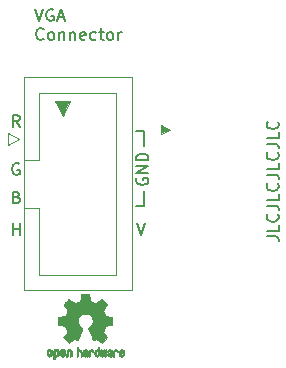
<source format=gbr>
%TF.GenerationSoftware,KiCad,Pcbnew,7.0.6*%
%TF.CreationDate,2023-09-09T11:26:50-04:00*%
%TF.ProjectId,AppleVGA-Connector,4170706c-6556-4474-912d-436f6e6e6563,A*%
%TF.SameCoordinates,Original*%
%TF.FileFunction,Legend,Top*%
%TF.FilePolarity,Positive*%
%FSLAX46Y46*%
G04 Gerber Fmt 4.6, Leading zero omitted, Abs format (unit mm)*
G04 Created by KiCad (PCBNEW 7.0.6) date 2023-09-09 11:26:50*
%MOMM*%
%LPD*%
G01*
G04 APERTURE LIST*
%ADD10C,0.150000*%
%ADD11C,0.025400*%
%ADD12C,0.152400*%
%ADD13C,0.100000*%
%ADD14C,0.010000*%
%ADD15C,0.120000*%
G04 APERTURE END LIST*
D10*
X138938000Y-106045000D02*
X138303000Y-106045000D01*
X138938000Y-104775000D02*
X138938000Y-106045000D01*
X138303000Y-99695000D02*
X138938000Y-99695000D01*
X138938000Y-99695000D02*
X138938000Y-100965000D01*
D11*
X132080000Y-98425000D02*
X131445000Y-97155000D01*
X132715000Y-97155000D01*
X132080000Y-98425000D01*
G36*
X132080000Y-98425000D02*
G01*
X131445000Y-97155000D01*
X132715000Y-97155000D01*
X132080000Y-98425000D01*
G37*
D12*
X149346735Y-108587546D02*
X150072450Y-108587546D01*
X150072450Y-108587546D02*
X150217593Y-108635927D01*
X150217593Y-108635927D02*
X150314355Y-108732689D01*
X150314355Y-108732689D02*
X150362735Y-108877832D01*
X150362735Y-108877832D02*
X150362735Y-108974594D01*
X150362735Y-107619927D02*
X150362735Y-108103737D01*
X150362735Y-108103737D02*
X149346735Y-108103737D01*
X150265974Y-106700689D02*
X150314355Y-106749070D01*
X150314355Y-106749070D02*
X150362735Y-106894213D01*
X150362735Y-106894213D02*
X150362735Y-106990975D01*
X150362735Y-106990975D02*
X150314355Y-107136118D01*
X150314355Y-107136118D02*
X150217593Y-107232880D01*
X150217593Y-107232880D02*
X150120831Y-107281261D01*
X150120831Y-107281261D02*
X149927307Y-107329642D01*
X149927307Y-107329642D02*
X149782164Y-107329642D01*
X149782164Y-107329642D02*
X149588640Y-107281261D01*
X149588640Y-107281261D02*
X149491878Y-107232880D01*
X149491878Y-107232880D02*
X149395116Y-107136118D01*
X149395116Y-107136118D02*
X149346735Y-106990975D01*
X149346735Y-106990975D02*
X149346735Y-106894213D01*
X149346735Y-106894213D02*
X149395116Y-106749070D01*
X149395116Y-106749070D02*
X149443497Y-106700689D01*
X149346735Y-105974975D02*
X150072450Y-105974975D01*
X150072450Y-105974975D02*
X150217593Y-106023356D01*
X150217593Y-106023356D02*
X150314355Y-106120118D01*
X150314355Y-106120118D02*
X150362735Y-106265261D01*
X150362735Y-106265261D02*
X150362735Y-106362023D01*
X150362735Y-105007356D02*
X150362735Y-105491166D01*
X150362735Y-105491166D02*
X149346735Y-105491166D01*
X150265974Y-104088118D02*
X150314355Y-104136499D01*
X150314355Y-104136499D02*
X150362735Y-104281642D01*
X150362735Y-104281642D02*
X150362735Y-104378404D01*
X150362735Y-104378404D02*
X150314355Y-104523547D01*
X150314355Y-104523547D02*
X150217593Y-104620309D01*
X150217593Y-104620309D02*
X150120831Y-104668690D01*
X150120831Y-104668690D02*
X149927307Y-104717071D01*
X149927307Y-104717071D02*
X149782164Y-104717071D01*
X149782164Y-104717071D02*
X149588640Y-104668690D01*
X149588640Y-104668690D02*
X149491878Y-104620309D01*
X149491878Y-104620309D02*
X149395116Y-104523547D01*
X149395116Y-104523547D02*
X149346735Y-104378404D01*
X149346735Y-104378404D02*
X149346735Y-104281642D01*
X149346735Y-104281642D02*
X149395116Y-104136499D01*
X149395116Y-104136499D02*
X149443497Y-104088118D01*
X149346735Y-103362404D02*
X150072450Y-103362404D01*
X150072450Y-103362404D02*
X150217593Y-103410785D01*
X150217593Y-103410785D02*
X150314355Y-103507547D01*
X150314355Y-103507547D02*
X150362735Y-103652690D01*
X150362735Y-103652690D02*
X150362735Y-103749452D01*
X150362735Y-102394785D02*
X150362735Y-102878595D01*
X150362735Y-102878595D02*
X149346735Y-102878595D01*
X150265974Y-101475547D02*
X150314355Y-101523928D01*
X150314355Y-101523928D02*
X150362735Y-101669071D01*
X150362735Y-101669071D02*
X150362735Y-101765833D01*
X150362735Y-101765833D02*
X150314355Y-101910976D01*
X150314355Y-101910976D02*
X150217593Y-102007738D01*
X150217593Y-102007738D02*
X150120831Y-102056119D01*
X150120831Y-102056119D02*
X149927307Y-102104500D01*
X149927307Y-102104500D02*
X149782164Y-102104500D01*
X149782164Y-102104500D02*
X149588640Y-102056119D01*
X149588640Y-102056119D02*
X149491878Y-102007738D01*
X149491878Y-102007738D02*
X149395116Y-101910976D01*
X149395116Y-101910976D02*
X149346735Y-101765833D01*
X149346735Y-101765833D02*
X149346735Y-101669071D01*
X149346735Y-101669071D02*
X149395116Y-101523928D01*
X149395116Y-101523928D02*
X149443497Y-101475547D01*
X149346735Y-100749833D02*
X150072450Y-100749833D01*
X150072450Y-100749833D02*
X150217593Y-100798214D01*
X150217593Y-100798214D02*
X150314355Y-100894976D01*
X150314355Y-100894976D02*
X150362735Y-101040119D01*
X150362735Y-101040119D02*
X150362735Y-101136881D01*
X150362735Y-99782214D02*
X150362735Y-100266024D01*
X150362735Y-100266024D02*
X149346735Y-100266024D01*
X150265974Y-98862976D02*
X150314355Y-98911357D01*
X150314355Y-98911357D02*
X150362735Y-99056500D01*
X150362735Y-99056500D02*
X150362735Y-99153262D01*
X150362735Y-99153262D02*
X150314355Y-99298405D01*
X150314355Y-99298405D02*
X150217593Y-99395167D01*
X150217593Y-99395167D02*
X150120831Y-99443548D01*
X150120831Y-99443548D02*
X149927307Y-99491929D01*
X149927307Y-99491929D02*
X149782164Y-99491929D01*
X149782164Y-99491929D02*
X149588640Y-99443548D01*
X149588640Y-99443548D02*
X149491878Y-99395167D01*
X149491878Y-99395167D02*
X149395116Y-99298405D01*
X149395116Y-99298405D02*
X149346735Y-99153262D01*
X149346735Y-99153262D02*
X149346735Y-99056500D01*
X149346735Y-99056500D02*
X149395116Y-98911357D01*
X149395116Y-98911357D02*
X149443497Y-98862976D01*
D10*
X128416207Y-99310819D02*
X128082874Y-98834628D01*
X127844779Y-99310819D02*
X127844779Y-98310819D01*
X127844779Y-98310819D02*
X128225731Y-98310819D01*
X128225731Y-98310819D02*
X128320969Y-98358438D01*
X128320969Y-98358438D02*
X128368588Y-98406057D01*
X128368588Y-98406057D02*
X128416207Y-98501295D01*
X128416207Y-98501295D02*
X128416207Y-98644152D01*
X128416207Y-98644152D02*
X128368588Y-98739390D01*
X128368588Y-98739390D02*
X128320969Y-98787009D01*
X128320969Y-98787009D02*
X128225731Y-98834628D01*
X128225731Y-98834628D02*
X127844779Y-98834628D01*
X127844779Y-108454819D02*
X127844779Y-107454819D01*
X127844779Y-107931009D02*
X128416207Y-107931009D01*
X128416207Y-108454819D02*
X128416207Y-107454819D01*
X128368588Y-102422438D02*
X128273350Y-102374819D01*
X128273350Y-102374819D02*
X128130493Y-102374819D01*
X128130493Y-102374819D02*
X127987636Y-102422438D01*
X127987636Y-102422438D02*
X127892398Y-102517676D01*
X127892398Y-102517676D02*
X127844779Y-102612914D01*
X127844779Y-102612914D02*
X127797160Y-102803390D01*
X127797160Y-102803390D02*
X127797160Y-102946247D01*
X127797160Y-102946247D02*
X127844779Y-103136723D01*
X127844779Y-103136723D02*
X127892398Y-103231961D01*
X127892398Y-103231961D02*
X127987636Y-103327200D01*
X127987636Y-103327200D02*
X128130493Y-103374819D01*
X128130493Y-103374819D02*
X128225731Y-103374819D01*
X128225731Y-103374819D02*
X128368588Y-103327200D01*
X128368588Y-103327200D02*
X128416207Y-103279580D01*
X128416207Y-103279580D02*
X128416207Y-102946247D01*
X128416207Y-102946247D02*
X128225731Y-102946247D01*
X129733922Y-89334819D02*
X130067255Y-90334819D01*
X130067255Y-90334819D02*
X130400588Y-89334819D01*
X131257731Y-89382438D02*
X131162493Y-89334819D01*
X131162493Y-89334819D02*
X131019636Y-89334819D01*
X131019636Y-89334819D02*
X130876779Y-89382438D01*
X130876779Y-89382438D02*
X130781541Y-89477676D01*
X130781541Y-89477676D02*
X130733922Y-89572914D01*
X130733922Y-89572914D02*
X130686303Y-89763390D01*
X130686303Y-89763390D02*
X130686303Y-89906247D01*
X130686303Y-89906247D02*
X130733922Y-90096723D01*
X130733922Y-90096723D02*
X130781541Y-90191961D01*
X130781541Y-90191961D02*
X130876779Y-90287200D01*
X130876779Y-90287200D02*
X131019636Y-90334819D01*
X131019636Y-90334819D02*
X131114874Y-90334819D01*
X131114874Y-90334819D02*
X131257731Y-90287200D01*
X131257731Y-90287200D02*
X131305350Y-90239580D01*
X131305350Y-90239580D02*
X131305350Y-89906247D01*
X131305350Y-89906247D02*
X131114874Y-89906247D01*
X131686303Y-90049104D02*
X132162493Y-90049104D01*
X131591065Y-90334819D02*
X131924398Y-89334819D01*
X131924398Y-89334819D02*
X132257731Y-90334819D01*
X130448207Y-91849580D02*
X130400588Y-91897200D01*
X130400588Y-91897200D02*
X130257731Y-91944819D01*
X130257731Y-91944819D02*
X130162493Y-91944819D01*
X130162493Y-91944819D02*
X130019636Y-91897200D01*
X130019636Y-91897200D02*
X129924398Y-91801961D01*
X129924398Y-91801961D02*
X129876779Y-91706723D01*
X129876779Y-91706723D02*
X129829160Y-91516247D01*
X129829160Y-91516247D02*
X129829160Y-91373390D01*
X129829160Y-91373390D02*
X129876779Y-91182914D01*
X129876779Y-91182914D02*
X129924398Y-91087676D01*
X129924398Y-91087676D02*
X130019636Y-90992438D01*
X130019636Y-90992438D02*
X130162493Y-90944819D01*
X130162493Y-90944819D02*
X130257731Y-90944819D01*
X130257731Y-90944819D02*
X130400588Y-90992438D01*
X130400588Y-90992438D02*
X130448207Y-91040057D01*
X131019636Y-91944819D02*
X130924398Y-91897200D01*
X130924398Y-91897200D02*
X130876779Y-91849580D01*
X130876779Y-91849580D02*
X130829160Y-91754342D01*
X130829160Y-91754342D02*
X130829160Y-91468628D01*
X130829160Y-91468628D02*
X130876779Y-91373390D01*
X130876779Y-91373390D02*
X130924398Y-91325771D01*
X130924398Y-91325771D02*
X131019636Y-91278152D01*
X131019636Y-91278152D02*
X131162493Y-91278152D01*
X131162493Y-91278152D02*
X131257731Y-91325771D01*
X131257731Y-91325771D02*
X131305350Y-91373390D01*
X131305350Y-91373390D02*
X131352969Y-91468628D01*
X131352969Y-91468628D02*
X131352969Y-91754342D01*
X131352969Y-91754342D02*
X131305350Y-91849580D01*
X131305350Y-91849580D02*
X131257731Y-91897200D01*
X131257731Y-91897200D02*
X131162493Y-91944819D01*
X131162493Y-91944819D02*
X131019636Y-91944819D01*
X131781541Y-91278152D02*
X131781541Y-91944819D01*
X131781541Y-91373390D02*
X131829160Y-91325771D01*
X131829160Y-91325771D02*
X131924398Y-91278152D01*
X131924398Y-91278152D02*
X132067255Y-91278152D01*
X132067255Y-91278152D02*
X132162493Y-91325771D01*
X132162493Y-91325771D02*
X132210112Y-91421009D01*
X132210112Y-91421009D02*
X132210112Y-91944819D01*
X132686303Y-91278152D02*
X132686303Y-91944819D01*
X132686303Y-91373390D02*
X132733922Y-91325771D01*
X132733922Y-91325771D02*
X132829160Y-91278152D01*
X132829160Y-91278152D02*
X132972017Y-91278152D01*
X132972017Y-91278152D02*
X133067255Y-91325771D01*
X133067255Y-91325771D02*
X133114874Y-91421009D01*
X133114874Y-91421009D02*
X133114874Y-91944819D01*
X133972017Y-91897200D02*
X133876779Y-91944819D01*
X133876779Y-91944819D02*
X133686303Y-91944819D01*
X133686303Y-91944819D02*
X133591065Y-91897200D01*
X133591065Y-91897200D02*
X133543446Y-91801961D01*
X133543446Y-91801961D02*
X133543446Y-91421009D01*
X133543446Y-91421009D02*
X133591065Y-91325771D01*
X133591065Y-91325771D02*
X133686303Y-91278152D01*
X133686303Y-91278152D02*
X133876779Y-91278152D01*
X133876779Y-91278152D02*
X133972017Y-91325771D01*
X133972017Y-91325771D02*
X134019636Y-91421009D01*
X134019636Y-91421009D02*
X134019636Y-91516247D01*
X134019636Y-91516247D02*
X133543446Y-91611485D01*
X134876779Y-91897200D02*
X134781541Y-91944819D01*
X134781541Y-91944819D02*
X134591065Y-91944819D01*
X134591065Y-91944819D02*
X134495827Y-91897200D01*
X134495827Y-91897200D02*
X134448208Y-91849580D01*
X134448208Y-91849580D02*
X134400589Y-91754342D01*
X134400589Y-91754342D02*
X134400589Y-91468628D01*
X134400589Y-91468628D02*
X134448208Y-91373390D01*
X134448208Y-91373390D02*
X134495827Y-91325771D01*
X134495827Y-91325771D02*
X134591065Y-91278152D01*
X134591065Y-91278152D02*
X134781541Y-91278152D01*
X134781541Y-91278152D02*
X134876779Y-91325771D01*
X135162494Y-91278152D02*
X135543446Y-91278152D01*
X135305351Y-90944819D02*
X135305351Y-91801961D01*
X135305351Y-91801961D02*
X135352970Y-91897200D01*
X135352970Y-91897200D02*
X135448208Y-91944819D01*
X135448208Y-91944819D02*
X135543446Y-91944819D01*
X136019637Y-91944819D02*
X135924399Y-91897200D01*
X135924399Y-91897200D02*
X135876780Y-91849580D01*
X135876780Y-91849580D02*
X135829161Y-91754342D01*
X135829161Y-91754342D02*
X135829161Y-91468628D01*
X135829161Y-91468628D02*
X135876780Y-91373390D01*
X135876780Y-91373390D02*
X135924399Y-91325771D01*
X135924399Y-91325771D02*
X136019637Y-91278152D01*
X136019637Y-91278152D02*
X136162494Y-91278152D01*
X136162494Y-91278152D02*
X136257732Y-91325771D01*
X136257732Y-91325771D02*
X136305351Y-91373390D01*
X136305351Y-91373390D02*
X136352970Y-91468628D01*
X136352970Y-91468628D02*
X136352970Y-91754342D01*
X136352970Y-91754342D02*
X136305351Y-91849580D01*
X136305351Y-91849580D02*
X136257732Y-91897200D01*
X136257732Y-91897200D02*
X136162494Y-91944819D01*
X136162494Y-91944819D02*
X136019637Y-91944819D01*
X136781542Y-91944819D02*
X136781542Y-91278152D01*
X136781542Y-91468628D02*
X136829161Y-91373390D01*
X136829161Y-91373390D02*
X136876780Y-91325771D01*
X136876780Y-91325771D02*
X136972018Y-91278152D01*
X136972018Y-91278152D02*
X137067256Y-91278152D01*
X138369922Y-107454819D02*
X138703255Y-108454819D01*
X138703255Y-108454819D02*
X139036588Y-107454819D01*
X128178112Y-105264009D02*
X128320969Y-105311628D01*
X128320969Y-105311628D02*
X128368588Y-105359247D01*
X128368588Y-105359247D02*
X128416207Y-105454485D01*
X128416207Y-105454485D02*
X128416207Y-105597342D01*
X128416207Y-105597342D02*
X128368588Y-105692580D01*
X128368588Y-105692580D02*
X128320969Y-105740200D01*
X128320969Y-105740200D02*
X128225731Y-105787819D01*
X128225731Y-105787819D02*
X127844779Y-105787819D01*
X127844779Y-105787819D02*
X127844779Y-104787819D01*
X127844779Y-104787819D02*
X128178112Y-104787819D01*
X128178112Y-104787819D02*
X128273350Y-104835438D01*
X128273350Y-104835438D02*
X128320969Y-104883057D01*
X128320969Y-104883057D02*
X128368588Y-104978295D01*
X128368588Y-104978295D02*
X128368588Y-105073533D01*
X128368588Y-105073533D02*
X128320969Y-105168771D01*
X128320969Y-105168771D02*
X128273350Y-105216390D01*
X128273350Y-105216390D02*
X128178112Y-105264009D01*
X128178112Y-105264009D02*
X127844779Y-105264009D01*
X138363438Y-103660411D02*
X138315819Y-103755649D01*
X138315819Y-103755649D02*
X138315819Y-103898506D01*
X138315819Y-103898506D02*
X138363438Y-104041363D01*
X138363438Y-104041363D02*
X138458676Y-104136601D01*
X138458676Y-104136601D02*
X138553914Y-104184220D01*
X138553914Y-104184220D02*
X138744390Y-104231839D01*
X138744390Y-104231839D02*
X138887247Y-104231839D01*
X138887247Y-104231839D02*
X139077723Y-104184220D01*
X139077723Y-104184220D02*
X139172961Y-104136601D01*
X139172961Y-104136601D02*
X139268200Y-104041363D01*
X139268200Y-104041363D02*
X139315819Y-103898506D01*
X139315819Y-103898506D02*
X139315819Y-103803268D01*
X139315819Y-103803268D02*
X139268200Y-103660411D01*
X139268200Y-103660411D02*
X139220580Y-103612792D01*
X139220580Y-103612792D02*
X138887247Y-103612792D01*
X138887247Y-103612792D02*
X138887247Y-103803268D01*
X139315819Y-103184220D02*
X138315819Y-103184220D01*
X138315819Y-103184220D02*
X139315819Y-102612792D01*
X139315819Y-102612792D02*
X138315819Y-102612792D01*
X139315819Y-102136601D02*
X138315819Y-102136601D01*
X138315819Y-102136601D02*
X138315819Y-101898506D01*
X138315819Y-101898506D02*
X138363438Y-101755649D01*
X138363438Y-101755649D02*
X138458676Y-101660411D01*
X138458676Y-101660411D02*
X138553914Y-101612792D01*
X138553914Y-101612792D02*
X138744390Y-101565173D01*
X138744390Y-101565173D02*
X138887247Y-101565173D01*
X138887247Y-101565173D02*
X139077723Y-101612792D01*
X139077723Y-101612792D02*
X139172961Y-101660411D01*
X139172961Y-101660411D02*
X139268200Y-101755649D01*
X139268200Y-101755649D02*
X139315819Y-101898506D01*
X139315819Y-101898506D02*
X139315819Y-102136601D01*
%TO.C,J2*%
D13*
X141173200Y-99542600D02*
X140411200Y-99923600D01*
X140411200Y-99161600D01*
X141173200Y-99542600D01*
G36*
X141173200Y-99542600D02*
G01*
X140411200Y-99923600D01*
X140411200Y-99161600D01*
X141173200Y-99542600D01*
G37*
%TO.C,REF\u002A\u002A*%
D14*
X136637600Y-118163752D02*
X136654948Y-118171334D01*
X136696356Y-118204128D01*
X136731765Y-118251547D01*
X136753664Y-118302151D01*
X136757229Y-118327098D01*
X136745279Y-118361927D01*
X136719067Y-118380357D01*
X136690964Y-118391516D01*
X136678095Y-118393572D01*
X136671829Y-118378649D01*
X136659456Y-118346175D01*
X136654028Y-118331502D01*
X136623590Y-118280744D01*
X136579520Y-118255427D01*
X136523010Y-118256206D01*
X136518825Y-118257203D01*
X136488655Y-118271507D01*
X136466476Y-118299393D01*
X136451327Y-118344287D01*
X136442250Y-118409615D01*
X136438286Y-118498804D01*
X136437914Y-118546261D01*
X136437730Y-118621071D01*
X136436522Y-118672069D01*
X136433309Y-118704471D01*
X136427109Y-118723495D01*
X136416940Y-118734356D01*
X136401819Y-118742272D01*
X136400946Y-118742670D01*
X136371828Y-118754981D01*
X136357403Y-118759514D01*
X136355186Y-118745809D01*
X136353289Y-118707925D01*
X136351847Y-118650715D01*
X136350998Y-118579027D01*
X136350829Y-118526565D01*
X136351692Y-118425047D01*
X136355070Y-118348032D01*
X136362142Y-118291023D01*
X136374088Y-118249526D01*
X136392090Y-118219043D01*
X136417327Y-118195080D01*
X136442247Y-118178355D01*
X136502171Y-118156097D01*
X136571911Y-118151076D01*
X136637600Y-118163752D01*
G36*
X136637600Y-118163752D02*
G01*
X136654948Y-118171334D01*
X136696356Y-118204128D01*
X136731765Y-118251547D01*
X136753664Y-118302151D01*
X136757229Y-118327098D01*
X136745279Y-118361927D01*
X136719067Y-118380357D01*
X136690964Y-118391516D01*
X136678095Y-118393572D01*
X136671829Y-118378649D01*
X136659456Y-118346175D01*
X136654028Y-118331502D01*
X136623590Y-118280744D01*
X136579520Y-118255427D01*
X136523010Y-118256206D01*
X136518825Y-118257203D01*
X136488655Y-118271507D01*
X136466476Y-118299393D01*
X136451327Y-118344287D01*
X136442250Y-118409615D01*
X136438286Y-118498804D01*
X136437914Y-118546261D01*
X136437730Y-118621071D01*
X136436522Y-118672069D01*
X136433309Y-118704471D01*
X136427109Y-118723495D01*
X136416940Y-118734356D01*
X136401819Y-118742272D01*
X136400946Y-118742670D01*
X136371828Y-118754981D01*
X136357403Y-118759514D01*
X136355186Y-118745809D01*
X136353289Y-118707925D01*
X136351847Y-118650715D01*
X136350998Y-118579027D01*
X136350829Y-118526565D01*
X136351692Y-118425047D01*
X136355070Y-118348032D01*
X136362142Y-118291023D01*
X136374088Y-118249526D01*
X136392090Y-118219043D01*
X136417327Y-118195080D01*
X136442247Y-118178355D01*
X136502171Y-118156097D01*
X136571911Y-118151076D01*
X136637600Y-118163752D01*
G37*
X132701093Y-118132780D02*
X132747672Y-118159723D01*
X132780057Y-118186466D01*
X132803742Y-118214484D01*
X132820059Y-118248748D01*
X132830339Y-118294227D01*
X132835914Y-118355892D01*
X132838116Y-118438711D01*
X132838371Y-118498246D01*
X132838371Y-118717391D01*
X132776686Y-118745044D01*
X132715000Y-118772697D01*
X132707743Y-118532670D01*
X132704744Y-118443028D01*
X132701598Y-118377962D01*
X132697701Y-118333026D01*
X132692447Y-118303770D01*
X132685231Y-118285748D01*
X132675450Y-118274511D01*
X132672312Y-118272079D01*
X132624761Y-118253083D01*
X132576697Y-118260600D01*
X132548086Y-118280543D01*
X132536447Y-118294675D01*
X132528391Y-118313220D01*
X132523271Y-118341334D01*
X132520441Y-118384173D01*
X132519256Y-118446895D01*
X132519057Y-118512261D01*
X132519018Y-118594268D01*
X132517614Y-118652316D01*
X132512914Y-118691465D01*
X132502987Y-118716780D01*
X132485903Y-118733323D01*
X132459732Y-118746156D01*
X132424775Y-118759491D01*
X132386596Y-118774007D01*
X132391141Y-118516389D01*
X132392971Y-118423519D01*
X132395112Y-118354889D01*
X132398181Y-118305711D01*
X132402794Y-118271198D01*
X132409568Y-118246562D01*
X132419119Y-118227016D01*
X132430634Y-118209770D01*
X132486190Y-118154680D01*
X132553980Y-118122822D01*
X132627713Y-118115191D01*
X132701093Y-118132780D01*
G36*
X132701093Y-118132780D02*
G01*
X132747672Y-118159723D01*
X132780057Y-118186466D01*
X132803742Y-118214484D01*
X132820059Y-118248748D01*
X132830339Y-118294227D01*
X132835914Y-118355892D01*
X132838116Y-118438711D01*
X132838371Y-118498246D01*
X132838371Y-118717391D01*
X132776686Y-118745044D01*
X132715000Y-118772697D01*
X132707743Y-118532670D01*
X132704744Y-118443028D01*
X132701598Y-118377962D01*
X132697701Y-118333026D01*
X132692447Y-118303770D01*
X132685231Y-118285748D01*
X132675450Y-118274511D01*
X132672312Y-118272079D01*
X132624761Y-118253083D01*
X132576697Y-118260600D01*
X132548086Y-118280543D01*
X132536447Y-118294675D01*
X132528391Y-118313220D01*
X132523271Y-118341334D01*
X132520441Y-118384173D01*
X132519256Y-118446895D01*
X132519057Y-118512261D01*
X132519018Y-118594268D01*
X132517614Y-118652316D01*
X132512914Y-118691465D01*
X132502987Y-118716780D01*
X132485903Y-118733323D01*
X132459732Y-118746156D01*
X132424775Y-118759491D01*
X132386596Y-118774007D01*
X132391141Y-118516389D01*
X132392971Y-118423519D01*
X132395112Y-118354889D01*
X132398181Y-118305711D01*
X132402794Y-118271198D01*
X132409568Y-118246562D01*
X132419119Y-118227016D01*
X132430634Y-118209770D01*
X132486190Y-118154680D01*
X132553980Y-118122822D01*
X132627713Y-118115191D01*
X132701093Y-118132780D01*
G37*
X134514926Y-118154755D02*
X134580858Y-118179084D01*
X134634273Y-118222117D01*
X134655164Y-118252409D01*
X134677939Y-118307994D01*
X134677466Y-118348186D01*
X134653562Y-118375217D01*
X134644717Y-118379813D01*
X134606530Y-118394144D01*
X134587028Y-118390472D01*
X134580422Y-118366407D01*
X134580086Y-118353114D01*
X134567992Y-118304210D01*
X134536471Y-118269999D01*
X134492659Y-118253476D01*
X134443695Y-118257634D01*
X134403894Y-118279227D01*
X134390450Y-118291544D01*
X134380921Y-118306487D01*
X134374485Y-118329075D01*
X134370317Y-118364328D01*
X134367597Y-118417266D01*
X134365502Y-118492907D01*
X134364960Y-118516857D01*
X134362981Y-118598790D01*
X134360731Y-118656455D01*
X134357357Y-118694608D01*
X134352006Y-118718004D01*
X134343824Y-118731398D01*
X134331959Y-118739545D01*
X134324362Y-118743144D01*
X134292102Y-118755452D01*
X134273111Y-118759514D01*
X134266836Y-118745948D01*
X134263006Y-118704934D01*
X134261600Y-118635999D01*
X134262598Y-118538669D01*
X134262908Y-118523657D01*
X134265101Y-118434859D01*
X134267693Y-118370019D01*
X134271382Y-118324067D01*
X134276864Y-118291935D01*
X134284835Y-118268553D01*
X134295993Y-118248852D01*
X134301830Y-118240410D01*
X134335296Y-118203057D01*
X134372727Y-118174003D01*
X134377309Y-118171467D01*
X134444426Y-118151443D01*
X134514926Y-118154755D01*
G36*
X134514926Y-118154755D02*
G01*
X134580858Y-118179084D01*
X134634273Y-118222117D01*
X134655164Y-118252409D01*
X134677939Y-118307994D01*
X134677466Y-118348186D01*
X134653562Y-118375217D01*
X134644717Y-118379813D01*
X134606530Y-118394144D01*
X134587028Y-118390472D01*
X134580422Y-118366407D01*
X134580086Y-118353114D01*
X134567992Y-118304210D01*
X134536471Y-118269999D01*
X134492659Y-118253476D01*
X134443695Y-118257634D01*
X134403894Y-118279227D01*
X134390450Y-118291544D01*
X134380921Y-118306487D01*
X134374485Y-118329075D01*
X134370317Y-118364328D01*
X134367597Y-118417266D01*
X134365502Y-118492907D01*
X134364960Y-118516857D01*
X134362981Y-118598790D01*
X134360731Y-118656455D01*
X134357357Y-118694608D01*
X134352006Y-118718004D01*
X134343824Y-118731398D01*
X134331959Y-118739545D01*
X134324362Y-118743144D01*
X134292102Y-118755452D01*
X134273111Y-118759514D01*
X134266836Y-118745948D01*
X134263006Y-118704934D01*
X134261600Y-118635999D01*
X134262598Y-118538669D01*
X134262908Y-118523657D01*
X134265101Y-118434859D01*
X134267693Y-118370019D01*
X134271382Y-118324067D01*
X134276864Y-118291935D01*
X134284835Y-118268553D01*
X134295993Y-118248852D01*
X134301830Y-118240410D01*
X134335296Y-118203057D01*
X134372727Y-118174003D01*
X134377309Y-118171467D01*
X134444426Y-118151443D01*
X134514926Y-118154755D01*
G37*
X133360886Y-118056289D02*
X133365139Y-118115613D01*
X133370025Y-118150572D01*
X133376795Y-118165820D01*
X133386702Y-118166015D01*
X133389914Y-118164195D01*
X133432644Y-118151015D01*
X133488227Y-118151785D01*
X133544737Y-118165333D01*
X133580082Y-118182861D01*
X133616321Y-118210861D01*
X133642813Y-118242549D01*
X133660999Y-118282813D01*
X133672322Y-118336543D01*
X133678222Y-118408626D01*
X133680143Y-118503951D01*
X133680177Y-118522237D01*
X133680200Y-118727646D01*
X133634491Y-118743580D01*
X133602027Y-118754420D01*
X133584215Y-118759468D01*
X133583691Y-118759514D01*
X133581937Y-118745828D01*
X133580444Y-118708076D01*
X133579326Y-118651224D01*
X133578697Y-118580234D01*
X133578600Y-118537073D01*
X133578398Y-118451973D01*
X133577358Y-118390981D01*
X133574831Y-118349177D01*
X133570164Y-118321642D01*
X133562707Y-118303456D01*
X133551811Y-118289698D01*
X133545007Y-118283073D01*
X133498272Y-118256375D01*
X133447272Y-118254375D01*
X133401001Y-118276955D01*
X133392444Y-118285107D01*
X133379893Y-118300436D01*
X133371188Y-118318618D01*
X133365631Y-118344909D01*
X133362526Y-118384562D01*
X133361176Y-118442832D01*
X133360886Y-118523173D01*
X133360886Y-118727646D01*
X133315177Y-118743580D01*
X133282713Y-118754420D01*
X133264901Y-118759468D01*
X133264377Y-118759514D01*
X133263037Y-118745623D01*
X133261828Y-118706439D01*
X133260801Y-118645700D01*
X133260002Y-118567141D01*
X133259481Y-118474498D01*
X133259286Y-118371509D01*
X133259286Y-117974342D01*
X133306457Y-117954444D01*
X133353629Y-117934547D01*
X133360886Y-118056289D01*
G36*
X133360886Y-118056289D02*
G01*
X133365139Y-118115613D01*
X133370025Y-118150572D01*
X133376795Y-118165820D01*
X133386702Y-118166015D01*
X133389914Y-118164195D01*
X133432644Y-118151015D01*
X133488227Y-118151785D01*
X133544737Y-118165333D01*
X133580082Y-118182861D01*
X133616321Y-118210861D01*
X133642813Y-118242549D01*
X133660999Y-118282813D01*
X133672322Y-118336543D01*
X133678222Y-118408626D01*
X133680143Y-118503951D01*
X133680177Y-118522237D01*
X133680200Y-118727646D01*
X133634491Y-118743580D01*
X133602027Y-118754420D01*
X133584215Y-118759468D01*
X133583691Y-118759514D01*
X133581937Y-118745828D01*
X133580444Y-118708076D01*
X133579326Y-118651224D01*
X133578697Y-118580234D01*
X133578600Y-118537073D01*
X133578398Y-118451973D01*
X133577358Y-118390981D01*
X133574831Y-118349177D01*
X133570164Y-118321642D01*
X133562707Y-118303456D01*
X133551811Y-118289698D01*
X133545007Y-118283073D01*
X133498272Y-118256375D01*
X133447272Y-118254375D01*
X133401001Y-118276955D01*
X133392444Y-118285107D01*
X133379893Y-118300436D01*
X133371188Y-118318618D01*
X133365631Y-118344909D01*
X133362526Y-118384562D01*
X133361176Y-118442832D01*
X133360886Y-118523173D01*
X133360886Y-118727646D01*
X133315177Y-118743580D01*
X133282713Y-118754420D01*
X133264901Y-118759468D01*
X133264377Y-118759514D01*
X133263037Y-118745623D01*
X133261828Y-118706439D01*
X133260801Y-118645700D01*
X133260002Y-118567141D01*
X133259481Y-118474498D01*
X133259286Y-118371509D01*
X133259286Y-117974342D01*
X133306457Y-117954444D01*
X133353629Y-117934547D01*
X133360886Y-118056289D01*
G37*
X135764833Y-118163663D02*
X135767048Y-118201850D01*
X135768784Y-118259886D01*
X135769899Y-118333180D01*
X135770257Y-118410055D01*
X135770257Y-118670196D01*
X135724326Y-118716127D01*
X135692675Y-118744429D01*
X135664890Y-118755893D01*
X135626915Y-118755168D01*
X135611840Y-118753321D01*
X135564726Y-118747948D01*
X135525756Y-118744869D01*
X135516257Y-118744585D01*
X135484233Y-118746445D01*
X135438432Y-118751114D01*
X135420674Y-118753321D01*
X135377057Y-118756735D01*
X135347745Y-118749320D01*
X135318680Y-118726427D01*
X135308188Y-118716127D01*
X135262257Y-118670196D01*
X135262257Y-118183602D01*
X135299226Y-118166758D01*
X135331059Y-118154282D01*
X135349683Y-118149914D01*
X135354458Y-118163718D01*
X135358921Y-118202286D01*
X135362775Y-118261356D01*
X135365722Y-118336663D01*
X135367143Y-118400286D01*
X135371114Y-118650657D01*
X135405759Y-118655556D01*
X135437268Y-118652131D01*
X135452708Y-118641041D01*
X135457023Y-118620308D01*
X135460708Y-118576145D01*
X135463469Y-118514146D01*
X135465012Y-118439909D01*
X135465235Y-118401706D01*
X135465457Y-118181783D01*
X135511166Y-118165849D01*
X135543518Y-118155015D01*
X135561115Y-118149962D01*
X135561623Y-118149914D01*
X135563388Y-118163648D01*
X135565329Y-118201730D01*
X135567282Y-118259482D01*
X135569084Y-118332227D01*
X135570343Y-118400286D01*
X135574314Y-118650657D01*
X135661400Y-118650657D01*
X135665396Y-118422240D01*
X135669392Y-118193822D01*
X135711847Y-118171868D01*
X135743192Y-118156793D01*
X135761744Y-118149951D01*
X135762279Y-118149914D01*
X135764833Y-118163663D01*
G36*
X135764833Y-118163663D02*
G01*
X135767048Y-118201850D01*
X135768784Y-118259886D01*
X135769899Y-118333180D01*
X135770257Y-118410055D01*
X135770257Y-118670196D01*
X135724326Y-118716127D01*
X135692675Y-118744429D01*
X135664890Y-118755893D01*
X135626915Y-118755168D01*
X135611840Y-118753321D01*
X135564726Y-118747948D01*
X135525756Y-118744869D01*
X135516257Y-118744585D01*
X135484233Y-118746445D01*
X135438432Y-118751114D01*
X135420674Y-118753321D01*
X135377057Y-118756735D01*
X135347745Y-118749320D01*
X135318680Y-118726427D01*
X135308188Y-118716127D01*
X135262257Y-118670196D01*
X135262257Y-118183602D01*
X135299226Y-118166758D01*
X135331059Y-118154282D01*
X135349683Y-118149914D01*
X135354458Y-118163718D01*
X135358921Y-118202286D01*
X135362775Y-118261356D01*
X135365722Y-118336663D01*
X135367143Y-118400286D01*
X135371114Y-118650657D01*
X135405759Y-118655556D01*
X135437268Y-118652131D01*
X135452708Y-118641041D01*
X135457023Y-118620308D01*
X135460708Y-118576145D01*
X135463469Y-118514146D01*
X135465012Y-118439909D01*
X135465235Y-118401706D01*
X135465457Y-118181783D01*
X135511166Y-118165849D01*
X135543518Y-118155015D01*
X135561115Y-118149962D01*
X135561623Y-118149914D01*
X135563388Y-118163648D01*
X135565329Y-118201730D01*
X135567282Y-118259482D01*
X135569084Y-118332227D01*
X135570343Y-118400286D01*
X135574314Y-118650657D01*
X135661400Y-118650657D01*
X135665396Y-118422240D01*
X135669392Y-118193822D01*
X135711847Y-118171868D01*
X135743192Y-118156793D01*
X135761744Y-118149951D01*
X135762279Y-118149914D01*
X135764833Y-118163663D01*
G37*
X131026115Y-118126962D02*
X131094145Y-118162733D01*
X131144351Y-118220301D01*
X131162185Y-118257312D01*
X131176063Y-118312882D01*
X131183167Y-118383096D01*
X131183840Y-118459727D01*
X131178427Y-118534552D01*
X131167270Y-118599342D01*
X131150714Y-118645873D01*
X131145626Y-118653887D01*
X131085355Y-118713707D01*
X131013769Y-118749535D01*
X130936092Y-118760020D01*
X130857548Y-118743810D01*
X130835689Y-118734092D01*
X130793122Y-118704143D01*
X130755763Y-118664433D01*
X130752232Y-118659397D01*
X130737881Y-118635124D01*
X130728394Y-118609178D01*
X130722790Y-118575022D01*
X130720086Y-118526119D01*
X130719299Y-118455935D01*
X130719286Y-118440200D01*
X130719322Y-118435192D01*
X130864429Y-118435192D01*
X130865273Y-118501430D01*
X130868596Y-118545386D01*
X130875583Y-118573779D01*
X130887416Y-118593325D01*
X130893457Y-118599857D01*
X130928186Y-118624680D01*
X130961903Y-118623548D01*
X130995995Y-118602016D01*
X131016329Y-118579029D01*
X131028371Y-118545478D01*
X131035134Y-118492569D01*
X131035598Y-118486399D01*
X131036752Y-118390513D01*
X131024688Y-118319299D01*
X130999570Y-118273194D01*
X130961560Y-118252635D01*
X130947992Y-118251514D01*
X130912364Y-118257152D01*
X130887994Y-118276686D01*
X130873093Y-118314042D01*
X130865875Y-118373150D01*
X130864429Y-118435192D01*
X130719322Y-118435192D01*
X130719826Y-118365413D01*
X130722096Y-118313159D01*
X130727068Y-118276949D01*
X130735713Y-118250299D01*
X130749005Y-118226722D01*
X130751943Y-118222338D01*
X130801313Y-118163249D01*
X130855109Y-118128947D01*
X130920602Y-118115331D01*
X130942842Y-118114665D01*
X131026115Y-118126962D01*
G36*
X131026115Y-118126962D02*
G01*
X131094145Y-118162733D01*
X131144351Y-118220301D01*
X131162185Y-118257312D01*
X131176063Y-118312882D01*
X131183167Y-118383096D01*
X131183840Y-118459727D01*
X131178427Y-118534552D01*
X131167270Y-118599342D01*
X131150714Y-118645873D01*
X131145626Y-118653887D01*
X131085355Y-118713707D01*
X131013769Y-118749535D01*
X130936092Y-118760020D01*
X130857548Y-118743810D01*
X130835689Y-118734092D01*
X130793122Y-118704143D01*
X130755763Y-118664433D01*
X130752232Y-118659397D01*
X130737881Y-118635124D01*
X130728394Y-118609178D01*
X130722790Y-118575022D01*
X130720086Y-118526119D01*
X130719299Y-118455935D01*
X130719286Y-118440200D01*
X130719322Y-118435192D01*
X130864429Y-118435192D01*
X130865273Y-118501430D01*
X130868596Y-118545386D01*
X130875583Y-118573779D01*
X130887416Y-118593325D01*
X130893457Y-118599857D01*
X130928186Y-118624680D01*
X130961903Y-118623548D01*
X130995995Y-118602016D01*
X131016329Y-118579029D01*
X131028371Y-118545478D01*
X131035134Y-118492569D01*
X131035598Y-118486399D01*
X131036752Y-118390513D01*
X131024688Y-118319299D01*
X130999570Y-118273194D01*
X130961560Y-118252635D01*
X130947992Y-118251514D01*
X130912364Y-118257152D01*
X130887994Y-118276686D01*
X130873093Y-118314042D01*
X130865875Y-118373150D01*
X130864429Y-118435192D01*
X130719322Y-118435192D01*
X130719826Y-118365413D01*
X130722096Y-118313159D01*
X130727068Y-118276949D01*
X130735713Y-118250299D01*
X130749005Y-118226722D01*
X130751943Y-118222338D01*
X130801313Y-118163249D01*
X130855109Y-118128947D01*
X130920602Y-118115331D01*
X130942842Y-118114665D01*
X131026115Y-118126962D01*
G37*
X137138595Y-118171966D02*
X137196021Y-118209497D01*
X137223719Y-118243096D01*
X137245662Y-118304064D01*
X137247405Y-118352308D01*
X137243457Y-118416816D01*
X137094686Y-118481934D01*
X137022349Y-118515202D01*
X136975084Y-118541964D01*
X136950507Y-118565144D01*
X136946237Y-118587667D01*
X136959889Y-118612455D01*
X136974943Y-118628886D01*
X137018746Y-118655235D01*
X137066389Y-118657081D01*
X137110145Y-118636546D01*
X137142289Y-118595752D01*
X137148038Y-118581347D01*
X137175576Y-118536356D01*
X137207258Y-118517182D01*
X137250714Y-118500779D01*
X137250714Y-118562966D01*
X137246872Y-118605283D01*
X137231823Y-118640969D01*
X137200280Y-118681943D01*
X137195592Y-118687267D01*
X137160506Y-118723720D01*
X137130347Y-118743283D01*
X137092615Y-118752283D01*
X137061335Y-118755230D01*
X137005385Y-118755965D01*
X136965555Y-118746660D01*
X136940708Y-118732846D01*
X136901656Y-118702467D01*
X136874625Y-118669613D01*
X136857517Y-118628294D01*
X136848238Y-118572521D01*
X136844693Y-118496305D01*
X136844410Y-118457622D01*
X136845372Y-118411247D01*
X136933007Y-118411247D01*
X136934023Y-118436126D01*
X136936556Y-118440200D01*
X136953274Y-118434665D01*
X136989249Y-118420017D01*
X137037331Y-118399190D01*
X137047386Y-118394714D01*
X137108152Y-118363814D01*
X137141632Y-118336657D01*
X137148990Y-118311220D01*
X137131391Y-118285481D01*
X137116856Y-118274109D01*
X137064410Y-118251364D01*
X137015322Y-118255122D01*
X136974227Y-118282884D01*
X136945758Y-118332152D01*
X136936631Y-118371257D01*
X136933007Y-118411247D01*
X136845372Y-118411247D01*
X136846285Y-118367249D01*
X136853196Y-118300384D01*
X136866884Y-118251695D01*
X136889096Y-118215849D01*
X136921574Y-118187513D01*
X136935733Y-118178355D01*
X137000053Y-118154507D01*
X137070473Y-118153006D01*
X137138595Y-118171966D01*
G36*
X137138595Y-118171966D02*
G01*
X137196021Y-118209497D01*
X137223719Y-118243096D01*
X137245662Y-118304064D01*
X137247405Y-118352308D01*
X137243457Y-118416816D01*
X137094686Y-118481934D01*
X137022349Y-118515202D01*
X136975084Y-118541964D01*
X136950507Y-118565144D01*
X136946237Y-118587667D01*
X136959889Y-118612455D01*
X136974943Y-118628886D01*
X137018746Y-118655235D01*
X137066389Y-118657081D01*
X137110145Y-118636546D01*
X137142289Y-118595752D01*
X137148038Y-118581347D01*
X137175576Y-118536356D01*
X137207258Y-118517182D01*
X137250714Y-118500779D01*
X137250714Y-118562966D01*
X137246872Y-118605283D01*
X137231823Y-118640969D01*
X137200280Y-118681943D01*
X137195592Y-118687267D01*
X137160506Y-118723720D01*
X137130347Y-118743283D01*
X137092615Y-118752283D01*
X137061335Y-118755230D01*
X137005385Y-118755965D01*
X136965555Y-118746660D01*
X136940708Y-118732846D01*
X136901656Y-118702467D01*
X136874625Y-118669613D01*
X136857517Y-118628294D01*
X136848238Y-118572521D01*
X136844693Y-118496305D01*
X136844410Y-118457622D01*
X136845372Y-118411247D01*
X136933007Y-118411247D01*
X136934023Y-118436126D01*
X136936556Y-118440200D01*
X136953274Y-118434665D01*
X136989249Y-118420017D01*
X137037331Y-118399190D01*
X137047386Y-118394714D01*
X137108152Y-118363814D01*
X137141632Y-118336657D01*
X137148990Y-118311220D01*
X137131391Y-118285481D01*
X137116856Y-118274109D01*
X137064410Y-118251364D01*
X137015322Y-118255122D01*
X136974227Y-118282884D01*
X136945758Y-118332152D01*
X136936631Y-118371257D01*
X136933007Y-118411247D01*
X136845372Y-118411247D01*
X136846285Y-118367249D01*
X136853196Y-118300384D01*
X136866884Y-118251695D01*
X136889096Y-118215849D01*
X136921574Y-118187513D01*
X136935733Y-118178355D01*
X137000053Y-118154507D01*
X137070473Y-118153006D01*
X137138595Y-118171966D01*
G37*
X135175117Y-118270358D02*
X135174933Y-118378837D01*
X135174219Y-118462287D01*
X135172675Y-118524704D01*
X135170001Y-118570085D01*
X135165894Y-118602429D01*
X135160055Y-118625733D01*
X135152182Y-118643995D01*
X135146221Y-118654418D01*
X135096855Y-118710945D01*
X135034264Y-118746377D01*
X134965013Y-118759090D01*
X134895668Y-118747463D01*
X134854375Y-118726568D01*
X134811025Y-118690422D01*
X134781481Y-118646276D01*
X134763655Y-118588462D01*
X134755463Y-118511313D01*
X134754302Y-118454714D01*
X134754458Y-118450647D01*
X134855857Y-118450647D01*
X134856476Y-118515550D01*
X134859314Y-118558514D01*
X134865840Y-118586622D01*
X134877523Y-118606953D01*
X134891483Y-118622288D01*
X134938365Y-118651890D01*
X134988701Y-118654419D01*
X135036276Y-118629705D01*
X135039979Y-118626356D01*
X135055783Y-118608935D01*
X135065693Y-118588209D01*
X135071058Y-118557362D01*
X135073228Y-118509577D01*
X135073571Y-118456748D01*
X135072827Y-118390381D01*
X135069748Y-118346106D01*
X135063061Y-118317009D01*
X135051496Y-118296173D01*
X135042013Y-118285107D01*
X134997960Y-118257198D01*
X134947224Y-118253843D01*
X134898796Y-118275159D01*
X134889450Y-118283073D01*
X134873540Y-118300647D01*
X134863610Y-118321587D01*
X134858278Y-118352782D01*
X134856163Y-118401122D01*
X134855857Y-118450647D01*
X134754458Y-118450647D01*
X134757810Y-118363568D01*
X134769726Y-118295086D01*
X134792135Y-118243600D01*
X134827124Y-118203443D01*
X134854375Y-118182861D01*
X134903907Y-118160625D01*
X134961316Y-118150304D01*
X135014682Y-118153067D01*
X135044543Y-118164212D01*
X135056261Y-118167383D01*
X135064037Y-118155557D01*
X135069465Y-118123866D01*
X135073571Y-118075593D01*
X135078067Y-118021829D01*
X135084313Y-117989482D01*
X135095676Y-117970985D01*
X135115528Y-117958770D01*
X135128000Y-117953362D01*
X135175171Y-117933601D01*
X135175117Y-118270358D01*
G36*
X135175117Y-118270358D02*
G01*
X135174933Y-118378837D01*
X135174219Y-118462287D01*
X135172675Y-118524704D01*
X135170001Y-118570085D01*
X135165894Y-118602429D01*
X135160055Y-118625733D01*
X135152182Y-118643995D01*
X135146221Y-118654418D01*
X135096855Y-118710945D01*
X135034264Y-118746377D01*
X134965013Y-118759090D01*
X134895668Y-118747463D01*
X134854375Y-118726568D01*
X134811025Y-118690422D01*
X134781481Y-118646276D01*
X134763655Y-118588462D01*
X134755463Y-118511313D01*
X134754302Y-118454714D01*
X134754458Y-118450647D01*
X134855857Y-118450647D01*
X134856476Y-118515550D01*
X134859314Y-118558514D01*
X134865840Y-118586622D01*
X134877523Y-118606953D01*
X134891483Y-118622288D01*
X134938365Y-118651890D01*
X134988701Y-118654419D01*
X135036276Y-118629705D01*
X135039979Y-118626356D01*
X135055783Y-118608935D01*
X135065693Y-118588209D01*
X135071058Y-118557362D01*
X135073228Y-118509577D01*
X135073571Y-118456748D01*
X135072827Y-118390381D01*
X135069748Y-118346106D01*
X135063061Y-118317009D01*
X135051496Y-118296173D01*
X135042013Y-118285107D01*
X134997960Y-118257198D01*
X134947224Y-118253843D01*
X134898796Y-118275159D01*
X134889450Y-118283073D01*
X134873540Y-118300647D01*
X134863610Y-118321587D01*
X134858278Y-118352782D01*
X134856163Y-118401122D01*
X134855857Y-118450647D01*
X134754458Y-118450647D01*
X134757810Y-118363568D01*
X134769726Y-118295086D01*
X134792135Y-118243600D01*
X134827124Y-118203443D01*
X134854375Y-118182861D01*
X134903907Y-118160625D01*
X134961316Y-118150304D01*
X135014682Y-118153067D01*
X135044543Y-118164212D01*
X135056261Y-118167383D01*
X135064037Y-118155557D01*
X135069465Y-118123866D01*
X135073571Y-118075593D01*
X135078067Y-118021829D01*
X135084313Y-117989482D01*
X135095676Y-117970985D01*
X135115528Y-117958770D01*
X135128000Y-117953362D01*
X135175171Y-117933601D01*
X135175117Y-118270358D01*
G37*
X132153303Y-118136239D02*
X132210527Y-118174735D01*
X132254749Y-118230335D01*
X132281167Y-118301086D01*
X132286510Y-118353162D01*
X132285903Y-118374893D01*
X132280822Y-118391531D01*
X132266855Y-118406437D01*
X132239589Y-118422973D01*
X132194612Y-118444498D01*
X132127511Y-118474374D01*
X132127171Y-118474524D01*
X132065407Y-118502813D01*
X132014759Y-118527933D01*
X131980404Y-118547179D01*
X131967518Y-118557848D01*
X131967514Y-118557934D01*
X131978872Y-118581166D01*
X132005431Y-118606774D01*
X132035923Y-118625221D01*
X132051370Y-118628886D01*
X132093515Y-118616212D01*
X132129808Y-118584471D01*
X132147517Y-118549572D01*
X132164552Y-118523845D01*
X132197922Y-118494546D01*
X132237149Y-118469235D01*
X132271756Y-118455471D01*
X132278993Y-118454714D01*
X132287139Y-118467160D01*
X132287630Y-118498972D01*
X132281643Y-118541866D01*
X132270357Y-118587558D01*
X132254950Y-118627761D01*
X132254171Y-118629322D01*
X132207804Y-118694062D01*
X132147711Y-118738097D01*
X132079465Y-118759711D01*
X132008638Y-118757185D01*
X131940804Y-118728804D01*
X131937788Y-118726808D01*
X131884427Y-118678448D01*
X131849340Y-118615352D01*
X131829922Y-118532387D01*
X131827316Y-118509078D01*
X131822701Y-118399055D01*
X131828233Y-118347748D01*
X131967514Y-118347748D01*
X131969324Y-118379753D01*
X131979222Y-118389093D01*
X132003898Y-118382105D01*
X132042795Y-118365587D01*
X132086275Y-118344881D01*
X132087356Y-118344333D01*
X132124209Y-118324949D01*
X132139000Y-118312013D01*
X132135353Y-118298451D01*
X132119995Y-118280632D01*
X132080923Y-118254845D01*
X132038846Y-118252950D01*
X132001103Y-118271717D01*
X131975034Y-118307915D01*
X131967514Y-118347748D01*
X131828233Y-118347748D01*
X131832194Y-118311027D01*
X131856550Y-118241212D01*
X131890456Y-118192302D01*
X131951653Y-118142878D01*
X132019063Y-118118359D01*
X132087880Y-118116797D01*
X132153303Y-118136239D01*
G36*
X132153303Y-118136239D02*
G01*
X132210527Y-118174735D01*
X132254749Y-118230335D01*
X132281167Y-118301086D01*
X132286510Y-118353162D01*
X132285903Y-118374893D01*
X132280822Y-118391531D01*
X132266855Y-118406437D01*
X132239589Y-118422973D01*
X132194612Y-118444498D01*
X132127511Y-118474374D01*
X132127171Y-118474524D01*
X132065407Y-118502813D01*
X132014759Y-118527933D01*
X131980404Y-118547179D01*
X131967518Y-118557848D01*
X131967514Y-118557934D01*
X131978872Y-118581166D01*
X132005431Y-118606774D01*
X132035923Y-118625221D01*
X132051370Y-118628886D01*
X132093515Y-118616212D01*
X132129808Y-118584471D01*
X132147517Y-118549572D01*
X132164552Y-118523845D01*
X132197922Y-118494546D01*
X132237149Y-118469235D01*
X132271756Y-118455471D01*
X132278993Y-118454714D01*
X132287139Y-118467160D01*
X132287630Y-118498972D01*
X132281643Y-118541866D01*
X132270357Y-118587558D01*
X132254950Y-118627761D01*
X132254171Y-118629322D01*
X132207804Y-118694062D01*
X132147711Y-118738097D01*
X132079465Y-118759711D01*
X132008638Y-118757185D01*
X131940804Y-118728804D01*
X131937788Y-118726808D01*
X131884427Y-118678448D01*
X131849340Y-118615352D01*
X131829922Y-118532387D01*
X131827316Y-118509078D01*
X131822701Y-118399055D01*
X131828233Y-118347748D01*
X131967514Y-118347748D01*
X131969324Y-118379753D01*
X131979222Y-118389093D01*
X132003898Y-118382105D01*
X132042795Y-118365587D01*
X132086275Y-118344881D01*
X132087356Y-118344333D01*
X132124209Y-118324949D01*
X132139000Y-118312013D01*
X132135353Y-118298451D01*
X132119995Y-118280632D01*
X132080923Y-118254845D01*
X132038846Y-118252950D01*
X132001103Y-118271717D01*
X131975034Y-118307915D01*
X131967514Y-118347748D01*
X131828233Y-118347748D01*
X131832194Y-118311027D01*
X131856550Y-118241212D01*
X131890456Y-118192302D01*
X131951653Y-118142878D01*
X132019063Y-118118359D01*
X132087880Y-118116797D01*
X132153303Y-118136239D01*
G37*
X134024744Y-118155968D02*
X134081616Y-118177087D01*
X134082267Y-118177493D01*
X134117440Y-118203380D01*
X134143407Y-118233633D01*
X134161670Y-118273058D01*
X134173732Y-118326462D01*
X134181096Y-118398651D01*
X134185264Y-118494432D01*
X134185629Y-118508078D01*
X134190876Y-118713842D01*
X134146716Y-118736678D01*
X134114763Y-118752110D01*
X134095470Y-118759423D01*
X134094578Y-118759514D01*
X134091239Y-118746022D01*
X134088587Y-118709626D01*
X134086956Y-118656452D01*
X134086600Y-118613393D01*
X134086592Y-118543641D01*
X134083403Y-118499837D01*
X134072288Y-118478944D01*
X134048501Y-118477925D01*
X134007296Y-118493741D01*
X133945086Y-118522815D01*
X133899341Y-118546963D01*
X133875813Y-118567913D01*
X133868896Y-118590747D01*
X133868886Y-118591877D01*
X133880299Y-118631212D01*
X133914092Y-118652462D01*
X133965809Y-118655539D01*
X134003061Y-118655006D01*
X134022703Y-118665735D01*
X134034952Y-118691505D01*
X134042002Y-118724337D01*
X134031842Y-118742966D01*
X134028017Y-118745632D01*
X133992001Y-118756340D01*
X133941566Y-118757856D01*
X133889626Y-118750759D01*
X133852822Y-118737788D01*
X133801938Y-118694585D01*
X133773014Y-118634446D01*
X133767286Y-118587462D01*
X133771657Y-118545082D01*
X133787475Y-118510488D01*
X133818797Y-118479763D01*
X133869678Y-118448990D01*
X133944176Y-118414252D01*
X133948714Y-118412288D01*
X134015821Y-118381287D01*
X134057232Y-118355862D01*
X134074981Y-118333014D01*
X134071107Y-118309745D01*
X134047643Y-118283056D01*
X134040627Y-118276914D01*
X133993630Y-118253100D01*
X133944933Y-118254103D01*
X133902522Y-118277451D01*
X133874384Y-118320675D01*
X133871769Y-118329160D01*
X133846308Y-118370308D01*
X133814001Y-118390128D01*
X133767286Y-118409770D01*
X133767286Y-118358950D01*
X133781496Y-118285082D01*
X133823675Y-118217327D01*
X133845624Y-118194661D01*
X133895517Y-118165569D01*
X133958967Y-118152400D01*
X134024744Y-118155968D01*
G36*
X134024744Y-118155968D02*
G01*
X134081616Y-118177087D01*
X134082267Y-118177493D01*
X134117440Y-118203380D01*
X134143407Y-118233633D01*
X134161670Y-118273058D01*
X134173732Y-118326462D01*
X134181096Y-118398651D01*
X134185264Y-118494432D01*
X134185629Y-118508078D01*
X134190876Y-118713842D01*
X134146716Y-118736678D01*
X134114763Y-118752110D01*
X134095470Y-118759423D01*
X134094578Y-118759514D01*
X134091239Y-118746022D01*
X134088587Y-118709626D01*
X134086956Y-118656452D01*
X134086600Y-118613393D01*
X134086592Y-118543641D01*
X134083403Y-118499837D01*
X134072288Y-118478944D01*
X134048501Y-118477925D01*
X134007296Y-118493741D01*
X133945086Y-118522815D01*
X133899341Y-118546963D01*
X133875813Y-118567913D01*
X133868896Y-118590747D01*
X133868886Y-118591877D01*
X133880299Y-118631212D01*
X133914092Y-118652462D01*
X133965809Y-118655539D01*
X134003061Y-118655006D01*
X134022703Y-118665735D01*
X134034952Y-118691505D01*
X134042002Y-118724337D01*
X134031842Y-118742966D01*
X134028017Y-118745632D01*
X133992001Y-118756340D01*
X133941566Y-118757856D01*
X133889626Y-118750759D01*
X133852822Y-118737788D01*
X133801938Y-118694585D01*
X133773014Y-118634446D01*
X133767286Y-118587462D01*
X133771657Y-118545082D01*
X133787475Y-118510488D01*
X133818797Y-118479763D01*
X133869678Y-118448990D01*
X133944176Y-118414252D01*
X133948714Y-118412288D01*
X134015821Y-118381287D01*
X134057232Y-118355862D01*
X134074981Y-118333014D01*
X134071107Y-118309745D01*
X134047643Y-118283056D01*
X134040627Y-118276914D01*
X133993630Y-118253100D01*
X133944933Y-118254103D01*
X133902522Y-118277451D01*
X133874384Y-118320675D01*
X133871769Y-118329160D01*
X133846308Y-118370308D01*
X133814001Y-118390128D01*
X133767286Y-118409770D01*
X133767286Y-118358950D01*
X133781496Y-118285082D01*
X133823675Y-118217327D01*
X133845624Y-118194661D01*
X133895517Y-118165569D01*
X133958967Y-118152400D01*
X134024744Y-118155968D01*
G37*
X131584744Y-118124918D02*
X131640201Y-118152568D01*
X131689148Y-118203480D01*
X131702629Y-118222338D01*
X131717314Y-118247015D01*
X131726842Y-118273816D01*
X131732293Y-118309587D01*
X131734747Y-118361169D01*
X131735286Y-118429267D01*
X131732852Y-118522588D01*
X131724394Y-118592657D01*
X131708174Y-118644931D01*
X131682454Y-118684869D01*
X131645497Y-118717929D01*
X131642782Y-118719886D01*
X131606360Y-118739908D01*
X131562502Y-118749815D01*
X131506724Y-118752257D01*
X131416048Y-118752257D01*
X131416010Y-118840283D01*
X131415166Y-118889308D01*
X131410024Y-118918065D01*
X131396587Y-118935311D01*
X131370858Y-118949808D01*
X131364679Y-118952769D01*
X131335764Y-118966648D01*
X131313376Y-118975414D01*
X131296729Y-118976171D01*
X131285036Y-118966023D01*
X131277510Y-118942073D01*
X131273366Y-118901426D01*
X131271815Y-118841186D01*
X131272071Y-118758455D01*
X131273349Y-118650339D01*
X131273748Y-118618000D01*
X131275185Y-118506524D01*
X131276472Y-118433603D01*
X131415971Y-118433603D01*
X131416755Y-118495499D01*
X131420240Y-118535997D01*
X131428124Y-118562708D01*
X131442105Y-118583244D01*
X131451597Y-118593260D01*
X131490404Y-118622567D01*
X131524763Y-118624952D01*
X131560216Y-118600750D01*
X131561114Y-118599857D01*
X131575539Y-118581153D01*
X131584313Y-118555732D01*
X131588739Y-118516584D01*
X131590118Y-118456697D01*
X131590143Y-118443430D01*
X131586812Y-118360901D01*
X131575969Y-118303691D01*
X131556340Y-118268766D01*
X131526650Y-118253094D01*
X131509491Y-118251514D01*
X131468766Y-118258926D01*
X131440832Y-118283330D01*
X131424017Y-118327980D01*
X131416650Y-118396130D01*
X131415971Y-118433603D01*
X131276472Y-118433603D01*
X131276708Y-118420245D01*
X131278677Y-118355333D01*
X131281450Y-118307958D01*
X131285388Y-118274290D01*
X131290849Y-118250498D01*
X131298192Y-118232753D01*
X131307777Y-118217224D01*
X131311887Y-118211381D01*
X131366405Y-118156185D01*
X131435336Y-118124890D01*
X131515072Y-118116165D01*
X131584744Y-118124918D01*
G36*
X131584744Y-118124918D02*
G01*
X131640201Y-118152568D01*
X131689148Y-118203480D01*
X131702629Y-118222338D01*
X131717314Y-118247015D01*
X131726842Y-118273816D01*
X131732293Y-118309587D01*
X131734747Y-118361169D01*
X131735286Y-118429267D01*
X131732852Y-118522588D01*
X131724394Y-118592657D01*
X131708174Y-118644931D01*
X131682454Y-118684869D01*
X131645497Y-118717929D01*
X131642782Y-118719886D01*
X131606360Y-118739908D01*
X131562502Y-118749815D01*
X131506724Y-118752257D01*
X131416048Y-118752257D01*
X131416010Y-118840283D01*
X131415166Y-118889308D01*
X131410024Y-118918065D01*
X131396587Y-118935311D01*
X131370858Y-118949808D01*
X131364679Y-118952769D01*
X131335764Y-118966648D01*
X131313376Y-118975414D01*
X131296729Y-118976171D01*
X131285036Y-118966023D01*
X131277510Y-118942073D01*
X131273366Y-118901426D01*
X131271815Y-118841186D01*
X131272071Y-118758455D01*
X131273349Y-118650339D01*
X131273748Y-118618000D01*
X131275185Y-118506524D01*
X131276472Y-118433603D01*
X131415971Y-118433603D01*
X131416755Y-118495499D01*
X131420240Y-118535997D01*
X131428124Y-118562708D01*
X131442105Y-118583244D01*
X131451597Y-118593260D01*
X131490404Y-118622567D01*
X131524763Y-118624952D01*
X131560216Y-118600750D01*
X131561114Y-118599857D01*
X131575539Y-118581153D01*
X131584313Y-118555732D01*
X131588739Y-118516584D01*
X131590118Y-118456697D01*
X131590143Y-118443430D01*
X131586812Y-118360901D01*
X131575969Y-118303691D01*
X131556340Y-118268766D01*
X131526650Y-118253094D01*
X131509491Y-118251514D01*
X131468766Y-118258926D01*
X131440832Y-118283330D01*
X131424017Y-118327980D01*
X131416650Y-118396130D01*
X131415971Y-118433603D01*
X131276472Y-118433603D01*
X131276708Y-118420245D01*
X131278677Y-118355333D01*
X131281450Y-118307958D01*
X131285388Y-118274290D01*
X131290849Y-118250498D01*
X131298192Y-118232753D01*
X131307777Y-118217224D01*
X131311887Y-118211381D01*
X131366405Y-118156185D01*
X131435336Y-118124890D01*
X131515072Y-118116165D01*
X131584744Y-118124918D01*
G37*
X136129876Y-118161335D02*
X136171667Y-118180344D01*
X136204469Y-118203378D01*
X136228503Y-118229133D01*
X136245097Y-118262358D01*
X136255577Y-118307800D01*
X136261271Y-118370207D01*
X136263507Y-118454327D01*
X136263743Y-118509721D01*
X136263743Y-118725826D01*
X136226774Y-118742670D01*
X136197656Y-118754981D01*
X136183231Y-118759514D01*
X136180472Y-118746025D01*
X136178282Y-118709653D01*
X136176942Y-118656542D01*
X136176657Y-118614372D01*
X136175434Y-118553447D01*
X136172136Y-118505115D01*
X136167321Y-118475518D01*
X136163496Y-118469229D01*
X136137783Y-118475652D01*
X136097418Y-118492125D01*
X136050679Y-118514458D01*
X136005845Y-118538457D01*
X135971193Y-118559930D01*
X135955002Y-118574685D01*
X135954938Y-118574845D01*
X135956330Y-118602152D01*
X135968818Y-118628219D01*
X135990743Y-118649392D01*
X136022743Y-118656474D01*
X136050092Y-118655649D01*
X136088826Y-118655042D01*
X136109158Y-118664116D01*
X136121369Y-118688092D01*
X136122909Y-118692613D01*
X136128203Y-118726806D01*
X136114047Y-118747568D01*
X136077148Y-118757462D01*
X136037289Y-118759292D01*
X135965562Y-118745727D01*
X135928432Y-118726355D01*
X135882576Y-118680845D01*
X135858256Y-118624983D01*
X135856073Y-118565957D01*
X135876629Y-118510953D01*
X135907549Y-118476486D01*
X135938420Y-118457189D01*
X135986942Y-118432759D01*
X136043485Y-118407985D01*
X136052910Y-118404199D01*
X136115019Y-118376791D01*
X136150822Y-118352634D01*
X136162337Y-118328619D01*
X136151580Y-118301635D01*
X136133114Y-118280543D01*
X136089469Y-118254572D01*
X136041446Y-118252624D01*
X135997406Y-118272637D01*
X135965709Y-118312551D01*
X135961549Y-118322848D01*
X135937327Y-118360724D01*
X135901965Y-118388842D01*
X135857343Y-118411917D01*
X135857343Y-118346485D01*
X135859969Y-118306506D01*
X135871230Y-118274997D01*
X135896199Y-118241378D01*
X135920169Y-118215484D01*
X135957441Y-118178817D01*
X135986401Y-118159121D01*
X136017505Y-118151220D01*
X136052713Y-118149914D01*
X136129876Y-118161335D01*
G36*
X136129876Y-118161335D02*
G01*
X136171667Y-118180344D01*
X136204469Y-118203378D01*
X136228503Y-118229133D01*
X136245097Y-118262358D01*
X136255577Y-118307800D01*
X136261271Y-118370207D01*
X136263507Y-118454327D01*
X136263743Y-118509721D01*
X136263743Y-118725826D01*
X136226774Y-118742670D01*
X136197656Y-118754981D01*
X136183231Y-118759514D01*
X136180472Y-118746025D01*
X136178282Y-118709653D01*
X136176942Y-118656542D01*
X136176657Y-118614372D01*
X136175434Y-118553447D01*
X136172136Y-118505115D01*
X136167321Y-118475518D01*
X136163496Y-118469229D01*
X136137783Y-118475652D01*
X136097418Y-118492125D01*
X136050679Y-118514458D01*
X136005845Y-118538457D01*
X135971193Y-118559930D01*
X135955002Y-118574685D01*
X135954938Y-118574845D01*
X135956330Y-118602152D01*
X135968818Y-118628219D01*
X135990743Y-118649392D01*
X136022743Y-118656474D01*
X136050092Y-118655649D01*
X136088826Y-118655042D01*
X136109158Y-118664116D01*
X136121369Y-118688092D01*
X136122909Y-118692613D01*
X136128203Y-118726806D01*
X136114047Y-118747568D01*
X136077148Y-118757462D01*
X136037289Y-118759292D01*
X135965562Y-118745727D01*
X135928432Y-118726355D01*
X135882576Y-118680845D01*
X135858256Y-118624983D01*
X135856073Y-118565957D01*
X135876629Y-118510953D01*
X135907549Y-118476486D01*
X135938420Y-118457189D01*
X135986942Y-118432759D01*
X136043485Y-118407985D01*
X136052910Y-118404199D01*
X136115019Y-118376791D01*
X136150822Y-118352634D01*
X136162337Y-118328619D01*
X136151580Y-118301635D01*
X136133114Y-118280543D01*
X136089469Y-118254572D01*
X136041446Y-118252624D01*
X135997406Y-118272637D01*
X135965709Y-118312551D01*
X135961549Y-118322848D01*
X135937327Y-118360724D01*
X135901965Y-118388842D01*
X135857343Y-118411917D01*
X135857343Y-118346485D01*
X135859969Y-118306506D01*
X135871230Y-118274997D01*
X135896199Y-118241378D01*
X135920169Y-118215484D01*
X135957441Y-118178817D01*
X135986401Y-118159121D01*
X136017505Y-118151220D01*
X136052713Y-118149914D01*
X136129876Y-118161335D01*
G37*
X134088910Y-113447348D02*
X134167454Y-113447778D01*
X134224298Y-113448942D01*
X134263105Y-113451207D01*
X134287538Y-113454940D01*
X134301262Y-113460506D01*
X134307940Y-113468273D01*
X134311236Y-113478605D01*
X134311556Y-113479943D01*
X134316562Y-113504079D01*
X134325829Y-113551701D01*
X134338392Y-113617741D01*
X134353287Y-113697128D01*
X134369551Y-113784796D01*
X134370119Y-113787875D01*
X134386410Y-113873789D01*
X134401652Y-113949696D01*
X134414861Y-114011045D01*
X134425054Y-114053282D01*
X134431248Y-114071855D01*
X134431543Y-114072184D01*
X134449788Y-114081253D01*
X134487405Y-114096367D01*
X134536271Y-114114262D01*
X134536543Y-114114358D01*
X134598093Y-114137493D01*
X134670657Y-114166965D01*
X134739057Y-114196597D01*
X134742294Y-114198062D01*
X134853702Y-114248626D01*
X135100399Y-114080160D01*
X135176077Y-114028803D01*
X135244631Y-113982889D01*
X135302088Y-113945030D01*
X135344476Y-113917837D01*
X135367825Y-113903921D01*
X135370042Y-113902889D01*
X135387010Y-113907484D01*
X135418701Y-113929655D01*
X135466352Y-113970447D01*
X135531198Y-114030905D01*
X135597397Y-114095227D01*
X135661214Y-114158612D01*
X135718329Y-114216451D01*
X135765305Y-114265175D01*
X135798703Y-114301210D01*
X135815085Y-114320984D01*
X135815694Y-114322002D01*
X135817505Y-114335572D01*
X135810683Y-114357733D01*
X135793540Y-114391478D01*
X135764393Y-114439800D01*
X135721555Y-114505692D01*
X135664448Y-114590517D01*
X135613766Y-114665177D01*
X135568461Y-114732140D01*
X135531150Y-114787516D01*
X135504452Y-114827420D01*
X135490985Y-114847962D01*
X135490137Y-114849356D01*
X135491781Y-114869038D01*
X135504245Y-114907293D01*
X135525048Y-114956889D01*
X135532462Y-114972728D01*
X135564814Y-115043290D01*
X135599328Y-115123353D01*
X135627365Y-115192629D01*
X135647568Y-115244045D01*
X135663615Y-115283119D01*
X135672888Y-115303541D01*
X135674041Y-115305114D01*
X135691096Y-115307721D01*
X135731298Y-115314863D01*
X135789302Y-115325523D01*
X135859763Y-115338685D01*
X135937335Y-115353333D01*
X136016672Y-115368449D01*
X136092431Y-115383018D01*
X136159264Y-115396022D01*
X136211828Y-115406445D01*
X136244776Y-115413270D01*
X136252857Y-115415199D01*
X136261205Y-115419962D01*
X136267506Y-115430718D01*
X136272045Y-115451098D01*
X136275104Y-115484734D01*
X136276967Y-115535255D01*
X136277918Y-115606292D01*
X136278240Y-115701476D01*
X136278257Y-115740492D01*
X136278257Y-116057799D01*
X136202057Y-116072839D01*
X136159663Y-116080995D01*
X136096400Y-116092899D01*
X136019962Y-116107116D01*
X135938043Y-116122210D01*
X135915400Y-116126355D01*
X135839806Y-116141053D01*
X135773953Y-116155505D01*
X135723366Y-116168375D01*
X135693574Y-116178322D01*
X135688612Y-116181287D01*
X135676426Y-116202283D01*
X135658953Y-116242967D01*
X135639577Y-116295322D01*
X135635734Y-116306600D01*
X135610339Y-116376523D01*
X135578817Y-116455418D01*
X135547969Y-116526266D01*
X135547817Y-116526595D01*
X135496447Y-116637733D01*
X135665399Y-116886253D01*
X135834352Y-117134772D01*
X135617429Y-117352058D01*
X135551819Y-117416726D01*
X135491979Y-117473733D01*
X135441267Y-117520033D01*
X135403046Y-117552584D01*
X135380675Y-117568343D01*
X135377466Y-117569343D01*
X135358626Y-117561469D01*
X135320180Y-117539578D01*
X135266330Y-117506267D01*
X135201276Y-117464131D01*
X135130940Y-117416943D01*
X135059555Y-117368810D01*
X134995908Y-117326928D01*
X134944041Y-117293871D01*
X134907995Y-117272218D01*
X134891867Y-117264543D01*
X134872189Y-117271037D01*
X134834875Y-117288150D01*
X134787621Y-117312326D01*
X134782612Y-117315013D01*
X134718977Y-117346927D01*
X134675341Y-117362579D01*
X134648202Y-117362745D01*
X134634057Y-117348204D01*
X134633975Y-117348000D01*
X134626905Y-117330779D01*
X134610042Y-117289899D01*
X134584695Y-117228525D01*
X134552171Y-117149819D01*
X134513778Y-117056947D01*
X134470822Y-116953072D01*
X134429222Y-116852502D01*
X134383504Y-116741516D01*
X134341526Y-116638703D01*
X134304548Y-116547215D01*
X134273827Y-116470201D01*
X134250622Y-116410815D01*
X134236190Y-116372209D01*
X134231743Y-116357800D01*
X134242896Y-116341272D01*
X134272069Y-116314930D01*
X134310971Y-116285887D01*
X134421757Y-116194039D01*
X134508351Y-116088759D01*
X134569716Y-115972266D01*
X134604815Y-115846776D01*
X134612608Y-115714507D01*
X134606943Y-115653457D01*
X134576078Y-115526795D01*
X134522920Y-115414941D01*
X134450767Y-115319001D01*
X134362917Y-115240076D01*
X134262665Y-115179270D01*
X134153310Y-115137687D01*
X134038147Y-115116428D01*
X133920475Y-115116599D01*
X133803590Y-115139301D01*
X133690789Y-115185638D01*
X133585369Y-115256713D01*
X133541368Y-115296911D01*
X133456979Y-115400129D01*
X133398222Y-115512925D01*
X133364704Y-115632010D01*
X133356035Y-115754095D01*
X133371823Y-115875893D01*
X133411678Y-115994116D01*
X133475207Y-116105475D01*
X133562021Y-116206684D01*
X133659029Y-116285887D01*
X133699437Y-116316162D01*
X133727982Y-116342219D01*
X133738257Y-116357825D01*
X133732877Y-116374843D01*
X133717575Y-116415500D01*
X133693612Y-116476642D01*
X133662244Y-116555119D01*
X133624732Y-116647780D01*
X133582333Y-116751472D01*
X133540663Y-116852526D01*
X133494690Y-116963607D01*
X133452107Y-117066541D01*
X133414221Y-117158165D01*
X133382340Y-117235316D01*
X133357771Y-117294831D01*
X133341820Y-117333544D01*
X133335910Y-117348000D01*
X133321948Y-117362685D01*
X133294940Y-117362642D01*
X133251413Y-117347099D01*
X133187890Y-117315284D01*
X133187388Y-117315013D01*
X133139560Y-117290323D01*
X133100897Y-117272338D01*
X133079095Y-117264614D01*
X133078133Y-117264543D01*
X133061721Y-117272378D01*
X133025487Y-117294165D01*
X132973474Y-117327328D01*
X132909725Y-117369291D01*
X132839060Y-117416943D01*
X132767116Y-117465191D01*
X132702274Y-117507151D01*
X132648735Y-117540227D01*
X132610697Y-117561821D01*
X132592533Y-117569343D01*
X132575808Y-117559457D01*
X132542180Y-117531826D01*
X132495010Y-117489495D01*
X132437658Y-117435505D01*
X132373484Y-117372899D01*
X132352497Y-117351983D01*
X132135499Y-117134623D01*
X132300668Y-116892220D01*
X132350864Y-116817781D01*
X132394919Y-116750972D01*
X132430362Y-116695665D01*
X132454719Y-116655729D01*
X132465522Y-116635036D01*
X132465838Y-116633563D01*
X132460143Y-116614058D01*
X132444826Y-116574822D01*
X132422537Y-116522430D01*
X132406893Y-116487355D01*
X132377641Y-116420201D01*
X132350094Y-116352358D01*
X132328737Y-116295034D01*
X132322935Y-116277572D01*
X132306452Y-116230938D01*
X132290340Y-116194905D01*
X132281490Y-116181287D01*
X132261960Y-116172952D01*
X132219334Y-116161137D01*
X132159145Y-116147181D01*
X132086922Y-116132422D01*
X132054600Y-116126355D01*
X131972522Y-116111273D01*
X131893795Y-116096669D01*
X131826109Y-116083980D01*
X131777160Y-116074642D01*
X131767943Y-116072839D01*
X131691743Y-116057799D01*
X131691743Y-115740492D01*
X131691914Y-115636154D01*
X131692616Y-115557213D01*
X131694134Y-115500038D01*
X131696749Y-115460999D01*
X131700746Y-115436465D01*
X131706409Y-115422805D01*
X131714020Y-115416389D01*
X131717143Y-115415199D01*
X131735978Y-115410980D01*
X131777588Y-115402562D01*
X131836630Y-115390961D01*
X131907757Y-115377195D01*
X131985625Y-115362280D01*
X132064887Y-115347232D01*
X132140198Y-115333069D01*
X132206213Y-115320806D01*
X132257587Y-115311461D01*
X132288975Y-115306050D01*
X132295959Y-115305114D01*
X132302285Y-115292596D01*
X132316290Y-115259246D01*
X132335355Y-115211377D01*
X132342634Y-115192629D01*
X132371996Y-115120195D01*
X132406571Y-115040170D01*
X132437537Y-114972728D01*
X132460323Y-114921159D01*
X132475482Y-114878785D01*
X132480542Y-114852834D01*
X132479736Y-114849356D01*
X132469041Y-114832936D01*
X132444620Y-114796417D01*
X132409095Y-114743687D01*
X132365087Y-114678635D01*
X132315217Y-114605151D01*
X132305356Y-114590645D01*
X132247492Y-114504704D01*
X132204956Y-114439261D01*
X132176054Y-114391304D01*
X132159090Y-114357820D01*
X132152367Y-114335795D01*
X132154190Y-114322217D01*
X132154236Y-114322131D01*
X132168586Y-114304297D01*
X132200323Y-114269817D01*
X132246010Y-114222268D01*
X132302204Y-114165222D01*
X132365468Y-114102255D01*
X132372602Y-114095227D01*
X132452330Y-114018020D01*
X132513857Y-113961330D01*
X132558421Y-113924110D01*
X132587257Y-113905315D01*
X132599958Y-113902889D01*
X132618494Y-113913471D01*
X132656961Y-113937916D01*
X132711386Y-113973612D01*
X132777798Y-114017947D01*
X132852225Y-114068311D01*
X132869601Y-114080160D01*
X133116297Y-114248626D01*
X133227706Y-114198062D01*
X133295457Y-114168595D01*
X133368183Y-114138959D01*
X133430703Y-114115330D01*
X133433457Y-114114358D01*
X133482360Y-114096457D01*
X133520057Y-114081320D01*
X133538425Y-114072210D01*
X133538456Y-114072184D01*
X133544285Y-114055717D01*
X133554192Y-114015219D01*
X133567195Y-113955242D01*
X133582309Y-113880340D01*
X133598552Y-113795064D01*
X133599881Y-113787875D01*
X133616175Y-113700014D01*
X133631133Y-113620260D01*
X133643791Y-113553681D01*
X133653186Y-113505347D01*
X133658354Y-113480325D01*
X133658444Y-113479943D01*
X133661589Y-113469299D01*
X133667704Y-113461262D01*
X133680453Y-113455467D01*
X133703500Y-113451547D01*
X133740509Y-113449135D01*
X133795144Y-113447865D01*
X133871067Y-113447371D01*
X133971944Y-113447286D01*
X133985000Y-113447286D01*
X134088910Y-113447348D01*
G36*
X134088910Y-113447348D02*
G01*
X134167454Y-113447778D01*
X134224298Y-113448942D01*
X134263105Y-113451207D01*
X134287538Y-113454940D01*
X134301262Y-113460506D01*
X134307940Y-113468273D01*
X134311236Y-113478605D01*
X134311556Y-113479943D01*
X134316562Y-113504079D01*
X134325829Y-113551701D01*
X134338392Y-113617741D01*
X134353287Y-113697128D01*
X134369551Y-113784796D01*
X134370119Y-113787875D01*
X134386410Y-113873789D01*
X134401652Y-113949696D01*
X134414861Y-114011045D01*
X134425054Y-114053282D01*
X134431248Y-114071855D01*
X134431543Y-114072184D01*
X134449788Y-114081253D01*
X134487405Y-114096367D01*
X134536271Y-114114262D01*
X134536543Y-114114358D01*
X134598093Y-114137493D01*
X134670657Y-114166965D01*
X134739057Y-114196597D01*
X134742294Y-114198062D01*
X134853702Y-114248626D01*
X135100399Y-114080160D01*
X135176077Y-114028803D01*
X135244631Y-113982889D01*
X135302088Y-113945030D01*
X135344476Y-113917837D01*
X135367825Y-113903921D01*
X135370042Y-113902889D01*
X135387010Y-113907484D01*
X135418701Y-113929655D01*
X135466352Y-113970447D01*
X135531198Y-114030905D01*
X135597397Y-114095227D01*
X135661214Y-114158612D01*
X135718329Y-114216451D01*
X135765305Y-114265175D01*
X135798703Y-114301210D01*
X135815085Y-114320984D01*
X135815694Y-114322002D01*
X135817505Y-114335572D01*
X135810683Y-114357733D01*
X135793540Y-114391478D01*
X135764393Y-114439800D01*
X135721555Y-114505692D01*
X135664448Y-114590517D01*
X135613766Y-114665177D01*
X135568461Y-114732140D01*
X135531150Y-114787516D01*
X135504452Y-114827420D01*
X135490985Y-114847962D01*
X135490137Y-114849356D01*
X135491781Y-114869038D01*
X135504245Y-114907293D01*
X135525048Y-114956889D01*
X135532462Y-114972728D01*
X135564814Y-115043290D01*
X135599328Y-115123353D01*
X135627365Y-115192629D01*
X135647568Y-115244045D01*
X135663615Y-115283119D01*
X135672888Y-115303541D01*
X135674041Y-115305114D01*
X135691096Y-115307721D01*
X135731298Y-115314863D01*
X135789302Y-115325523D01*
X135859763Y-115338685D01*
X135937335Y-115353333D01*
X136016672Y-115368449D01*
X136092431Y-115383018D01*
X136159264Y-115396022D01*
X136211828Y-115406445D01*
X136244776Y-115413270D01*
X136252857Y-115415199D01*
X136261205Y-115419962D01*
X136267506Y-115430718D01*
X136272045Y-115451098D01*
X136275104Y-115484734D01*
X136276967Y-115535255D01*
X136277918Y-115606292D01*
X136278240Y-115701476D01*
X136278257Y-115740492D01*
X136278257Y-116057799D01*
X136202057Y-116072839D01*
X136159663Y-116080995D01*
X136096400Y-116092899D01*
X136019962Y-116107116D01*
X135938043Y-116122210D01*
X135915400Y-116126355D01*
X135839806Y-116141053D01*
X135773953Y-116155505D01*
X135723366Y-116168375D01*
X135693574Y-116178322D01*
X135688612Y-116181287D01*
X135676426Y-116202283D01*
X135658953Y-116242967D01*
X135639577Y-116295322D01*
X135635734Y-116306600D01*
X135610339Y-116376523D01*
X135578817Y-116455418D01*
X135547969Y-116526266D01*
X135547817Y-116526595D01*
X135496447Y-116637733D01*
X135665399Y-116886253D01*
X135834352Y-117134772D01*
X135617429Y-117352058D01*
X135551819Y-117416726D01*
X135491979Y-117473733D01*
X135441267Y-117520033D01*
X135403046Y-117552584D01*
X135380675Y-117568343D01*
X135377466Y-117569343D01*
X135358626Y-117561469D01*
X135320180Y-117539578D01*
X135266330Y-117506267D01*
X135201276Y-117464131D01*
X135130940Y-117416943D01*
X135059555Y-117368810D01*
X134995908Y-117326928D01*
X134944041Y-117293871D01*
X134907995Y-117272218D01*
X134891867Y-117264543D01*
X134872189Y-117271037D01*
X134834875Y-117288150D01*
X134787621Y-117312326D01*
X134782612Y-117315013D01*
X134718977Y-117346927D01*
X134675341Y-117362579D01*
X134648202Y-117362745D01*
X134634057Y-117348204D01*
X134633975Y-117348000D01*
X134626905Y-117330779D01*
X134610042Y-117289899D01*
X134584695Y-117228525D01*
X134552171Y-117149819D01*
X134513778Y-117056947D01*
X134470822Y-116953072D01*
X134429222Y-116852502D01*
X134383504Y-116741516D01*
X134341526Y-116638703D01*
X134304548Y-116547215D01*
X134273827Y-116470201D01*
X134250622Y-116410815D01*
X134236190Y-116372209D01*
X134231743Y-116357800D01*
X134242896Y-116341272D01*
X134272069Y-116314930D01*
X134310971Y-116285887D01*
X134421757Y-116194039D01*
X134508351Y-116088759D01*
X134569716Y-115972266D01*
X134604815Y-115846776D01*
X134612608Y-115714507D01*
X134606943Y-115653457D01*
X134576078Y-115526795D01*
X134522920Y-115414941D01*
X134450767Y-115319001D01*
X134362917Y-115240076D01*
X134262665Y-115179270D01*
X134153310Y-115137687D01*
X134038147Y-115116428D01*
X133920475Y-115116599D01*
X133803590Y-115139301D01*
X133690789Y-115185638D01*
X133585369Y-115256713D01*
X133541368Y-115296911D01*
X133456979Y-115400129D01*
X133398222Y-115512925D01*
X133364704Y-115632010D01*
X133356035Y-115754095D01*
X133371823Y-115875893D01*
X133411678Y-115994116D01*
X133475207Y-116105475D01*
X133562021Y-116206684D01*
X133659029Y-116285887D01*
X133699437Y-116316162D01*
X133727982Y-116342219D01*
X133738257Y-116357825D01*
X133732877Y-116374843D01*
X133717575Y-116415500D01*
X133693612Y-116476642D01*
X133662244Y-116555119D01*
X133624732Y-116647780D01*
X133582333Y-116751472D01*
X133540663Y-116852526D01*
X133494690Y-116963607D01*
X133452107Y-117066541D01*
X133414221Y-117158165D01*
X133382340Y-117235316D01*
X133357771Y-117294831D01*
X133341820Y-117333544D01*
X133335910Y-117348000D01*
X133321948Y-117362685D01*
X133294940Y-117362642D01*
X133251413Y-117347099D01*
X133187890Y-117315284D01*
X133187388Y-117315013D01*
X133139560Y-117290323D01*
X133100897Y-117272338D01*
X133079095Y-117264614D01*
X133078133Y-117264543D01*
X133061721Y-117272378D01*
X133025487Y-117294165D01*
X132973474Y-117327328D01*
X132909725Y-117369291D01*
X132839060Y-117416943D01*
X132767116Y-117465191D01*
X132702274Y-117507151D01*
X132648735Y-117540227D01*
X132610697Y-117561821D01*
X132592533Y-117569343D01*
X132575808Y-117559457D01*
X132542180Y-117531826D01*
X132495010Y-117489495D01*
X132437658Y-117435505D01*
X132373484Y-117372899D01*
X132352497Y-117351983D01*
X132135499Y-117134623D01*
X132300668Y-116892220D01*
X132350864Y-116817781D01*
X132394919Y-116750972D01*
X132430362Y-116695665D01*
X132454719Y-116655729D01*
X132465522Y-116635036D01*
X132465838Y-116633563D01*
X132460143Y-116614058D01*
X132444826Y-116574822D01*
X132422537Y-116522430D01*
X132406893Y-116487355D01*
X132377641Y-116420201D01*
X132350094Y-116352358D01*
X132328737Y-116295034D01*
X132322935Y-116277572D01*
X132306452Y-116230938D01*
X132290340Y-116194905D01*
X132281490Y-116181287D01*
X132261960Y-116172952D01*
X132219334Y-116161137D01*
X132159145Y-116147181D01*
X132086922Y-116132422D01*
X132054600Y-116126355D01*
X131972522Y-116111273D01*
X131893795Y-116096669D01*
X131826109Y-116083980D01*
X131777160Y-116074642D01*
X131767943Y-116072839D01*
X131691743Y-116057799D01*
X131691743Y-115740492D01*
X131691914Y-115636154D01*
X131692616Y-115557213D01*
X131694134Y-115500038D01*
X131696749Y-115460999D01*
X131700746Y-115436465D01*
X131706409Y-115422805D01*
X131714020Y-115416389D01*
X131717143Y-115415199D01*
X131735978Y-115410980D01*
X131777588Y-115402562D01*
X131836630Y-115390961D01*
X131907757Y-115377195D01*
X131985625Y-115362280D01*
X132064887Y-115347232D01*
X132140198Y-115333069D01*
X132206213Y-115320806D01*
X132257587Y-115311461D01*
X132288975Y-115306050D01*
X132295959Y-115305114D01*
X132302285Y-115292596D01*
X132316290Y-115259246D01*
X132335355Y-115211377D01*
X132342634Y-115192629D01*
X132371996Y-115120195D01*
X132406571Y-115040170D01*
X132437537Y-114972728D01*
X132460323Y-114921159D01*
X132475482Y-114878785D01*
X132480542Y-114852834D01*
X132479736Y-114849356D01*
X132469041Y-114832936D01*
X132444620Y-114796417D01*
X132409095Y-114743687D01*
X132365087Y-114678635D01*
X132315217Y-114605151D01*
X132305356Y-114590645D01*
X132247492Y-114504704D01*
X132204956Y-114439261D01*
X132176054Y-114391304D01*
X132159090Y-114357820D01*
X132152367Y-114335795D01*
X132154190Y-114322217D01*
X132154236Y-114322131D01*
X132168586Y-114304297D01*
X132200323Y-114269817D01*
X132246010Y-114222268D01*
X132302204Y-114165222D01*
X132365468Y-114102255D01*
X132372602Y-114095227D01*
X132452330Y-114018020D01*
X132513857Y-113961330D01*
X132558421Y-113924110D01*
X132587257Y-113905315D01*
X132599958Y-113902889D01*
X132618494Y-113913471D01*
X132656961Y-113937916D01*
X132711386Y-113973612D01*
X132777798Y-114017947D01*
X132852225Y-114068311D01*
X132869601Y-114080160D01*
X133116297Y-114248626D01*
X133227706Y-114198062D01*
X133295457Y-114168595D01*
X133368183Y-114138959D01*
X133430703Y-114115330D01*
X133433457Y-114114358D01*
X133482360Y-114096457D01*
X133520057Y-114081320D01*
X133538425Y-114072210D01*
X133538456Y-114072184D01*
X133544285Y-114055717D01*
X133554192Y-114015219D01*
X133567195Y-113955242D01*
X133582309Y-113880340D01*
X133598552Y-113795064D01*
X133599881Y-113787875D01*
X133616175Y-113700014D01*
X133631133Y-113620260D01*
X133643791Y-113553681D01*
X133653186Y-113505347D01*
X133658354Y-113480325D01*
X133658444Y-113479943D01*
X133661589Y-113469299D01*
X133667704Y-113461262D01*
X133680453Y-113455467D01*
X133703500Y-113451547D01*
X133740509Y-113449135D01*
X133795144Y-113447865D01*
X133871067Y-113447371D01*
X133971944Y-113447286D01*
X133985000Y-113447286D01*
X134088910Y-113447348D01*
G37*
D15*
%TO.C,J1*%
X127400000Y-99830000D02*
X127400000Y-100830000D01*
X127400000Y-100830000D02*
X128400000Y-100330000D01*
X128400000Y-100330000D02*
X127400000Y-99830000D01*
X128790000Y-95120000D02*
X137910000Y-95120000D01*
X128790000Y-102090000D02*
X130100000Y-102090000D01*
X128790000Y-113160000D02*
X128790000Y-95120000D01*
X130100000Y-96420000D02*
X136600000Y-96420000D01*
X130100000Y-102090000D02*
X130100000Y-96420000D01*
X130100000Y-106190000D02*
X128790000Y-106190000D01*
X130100000Y-106190000D02*
X130100000Y-106190000D01*
X130100000Y-111860000D02*
X130100000Y-106190000D01*
X136600000Y-96420000D02*
X136600000Y-111860000D01*
X136600000Y-111860000D02*
X130100000Y-111860000D01*
X137910000Y-95120000D02*
X137910000Y-113160000D01*
X137910000Y-113160000D02*
X128790000Y-113160000D01*
%TD*%
M02*

</source>
